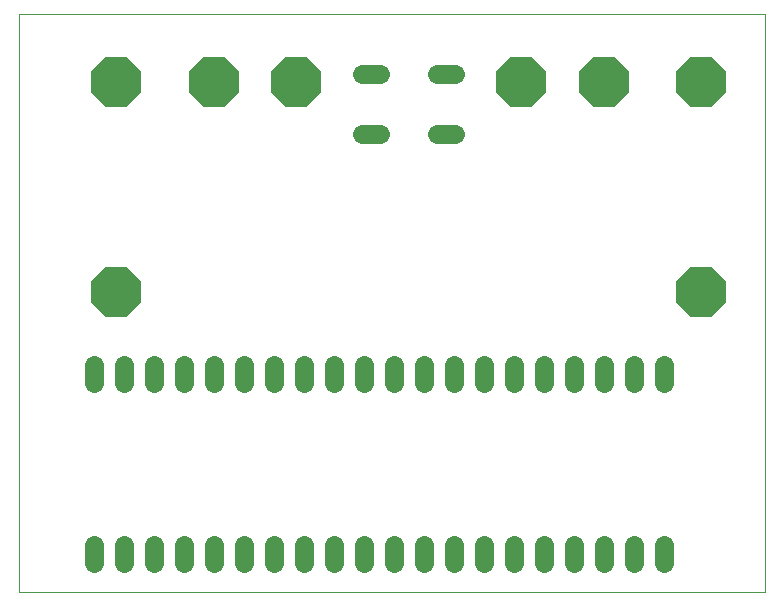
<source format=gbs>
G75*
%MOIN*%
%OFA0B0*%
%FSLAX25Y25*%
%IPPOS*%
%LPD*%
%AMOC8*
5,1,8,0,0,1.08239X$1,22.5*
%
%ADD10C,0.00000*%
%ADD11OC8,0.16800*%
%ADD12C,0.06337*%
%ADD13C,0.06400*%
D10*
X0001000Y0001000D02*
X0001000Y0193461D01*
X0249701Y0193461D01*
X0249701Y0001000D01*
X0001000Y0001000D01*
D11*
X0033500Y0101000D03*
X0033500Y0171000D03*
X0066000Y0171000D03*
X0093500Y0171000D03*
X0168500Y0171000D03*
X0196000Y0171000D03*
X0228500Y0171000D03*
X0228500Y0101000D03*
D12*
X0216000Y0076469D02*
X0216000Y0070531D01*
X0206000Y0070531D02*
X0206000Y0076469D01*
X0196000Y0076469D02*
X0196000Y0070531D01*
X0186000Y0070531D02*
X0186000Y0076469D01*
X0176000Y0076469D02*
X0176000Y0070531D01*
X0166000Y0070531D02*
X0166000Y0076469D01*
X0156000Y0076469D02*
X0156000Y0070531D01*
X0146000Y0070531D02*
X0146000Y0076469D01*
X0136000Y0076469D02*
X0136000Y0070531D01*
X0126000Y0070531D02*
X0126000Y0076469D01*
X0116000Y0076469D02*
X0116000Y0070531D01*
X0106000Y0070531D02*
X0106000Y0076469D01*
X0096000Y0076469D02*
X0096000Y0070531D01*
X0086000Y0070531D02*
X0086000Y0076469D01*
X0076000Y0076469D02*
X0076000Y0070531D01*
X0066000Y0070531D02*
X0066000Y0076469D01*
X0056000Y0076469D02*
X0056000Y0070531D01*
X0046000Y0070531D02*
X0046000Y0076469D01*
X0036000Y0076469D02*
X0036000Y0070531D01*
X0026000Y0070531D02*
X0026000Y0076469D01*
X0026000Y0016469D02*
X0026000Y0010531D01*
X0036000Y0010531D02*
X0036000Y0016469D01*
X0046000Y0016469D02*
X0046000Y0010531D01*
X0056000Y0010531D02*
X0056000Y0016469D01*
X0066000Y0016469D02*
X0066000Y0010531D01*
X0076000Y0010531D02*
X0076000Y0016469D01*
X0086000Y0016469D02*
X0086000Y0010531D01*
X0096000Y0010531D02*
X0096000Y0016469D01*
X0106000Y0016469D02*
X0106000Y0010531D01*
X0116000Y0010531D02*
X0116000Y0016469D01*
X0126000Y0016469D02*
X0126000Y0010531D01*
X0136000Y0010531D02*
X0136000Y0016469D01*
X0146000Y0016469D02*
X0146000Y0010531D01*
X0156000Y0010531D02*
X0156000Y0016469D01*
X0166000Y0016469D02*
X0166000Y0010531D01*
X0176000Y0010531D02*
X0176000Y0016469D01*
X0186000Y0016469D02*
X0186000Y0010531D01*
X0196000Y0010531D02*
X0196000Y0016469D01*
X0206000Y0016469D02*
X0206000Y0010531D01*
X0216000Y0010531D02*
X0216000Y0016469D01*
D13*
X0146500Y0153500D02*
X0140500Y0153500D01*
X0121500Y0153500D02*
X0115500Y0153500D01*
X0115500Y0173500D02*
X0121500Y0173500D01*
X0140500Y0173500D02*
X0146500Y0173500D01*
M02*

</source>
